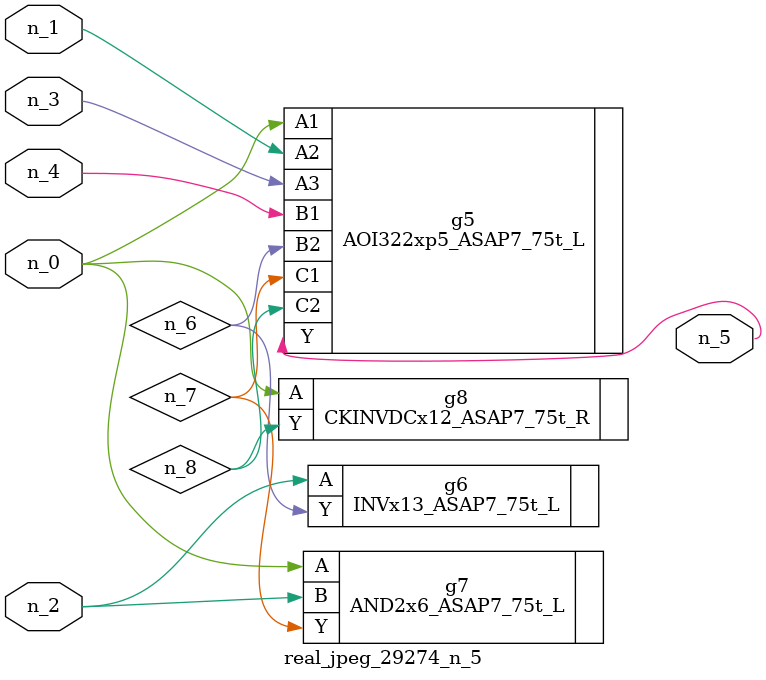
<source format=v>
module real_jpeg_29274_n_5 (n_4, n_0, n_1, n_2, n_3, n_5);

input n_4;
input n_0;
input n_1;
input n_2;
input n_3;

output n_5;

wire n_8;
wire n_6;
wire n_7;

AOI322xp5_ASAP7_75t_L g5 ( 
.A1(n_0),
.A2(n_1),
.A3(n_3),
.B1(n_4),
.B2(n_6),
.C1(n_7),
.C2(n_8),
.Y(n_5)
);

AND2x6_ASAP7_75t_L g7 ( 
.A(n_0),
.B(n_2),
.Y(n_7)
);

CKINVDCx12_ASAP7_75t_R g8 ( 
.A(n_0),
.Y(n_8)
);

INVx13_ASAP7_75t_L g6 ( 
.A(n_2),
.Y(n_6)
);


endmodule
</source>
